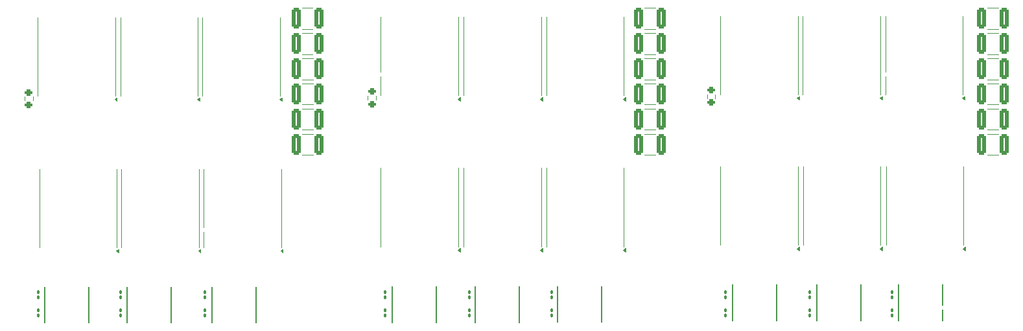
<source format=gbo>
%TF.GenerationSoftware,KiCad,Pcbnew,8.0.1*%
%TF.CreationDate,2024-05-07T00:04:45+05:00*%
%TF.ProjectId,PowerBoard,506f7765-7242-46f6-9172-642e6b696361,rev?*%
%TF.SameCoordinates,Original*%
%TF.FileFunction,Legend,Bot*%
%TF.FilePolarity,Positive*%
%FSLAX46Y46*%
G04 Gerber Fmt 4.6, Leading zero omitted, Abs format (unit mm)*
G04 Created by KiCad (PCBNEW 8.0.1) date 2024-05-07 00:04:45*
%MOMM*%
%LPD*%
G01*
G04 APERTURE LIST*
G04 Aperture macros list*
%AMRoundRect*
0 Rectangle with rounded corners*
0 $1 Rounding radius*
0 $2 $3 $4 $5 $6 $7 $8 $9 X,Y pos of 4 corners*
0 Add a 4 corners polygon primitive as box body*
4,1,4,$2,$3,$4,$5,$6,$7,$8,$9,$2,$3,0*
0 Add four circle primitives for the rounded corners*
1,1,$1+$1,$2,$3*
1,1,$1+$1,$4,$5*
1,1,$1+$1,$6,$7*
1,1,$1+$1,$8,$9*
0 Add four rect primitives between the rounded corners*
20,1,$1+$1,$2,$3,$4,$5,0*
20,1,$1+$1,$4,$5,$6,$7,0*
20,1,$1+$1,$6,$7,$8,$9,0*
20,1,$1+$1,$8,$9,$2,$3,0*%
%AMFreePoly0*
4,1,30,0.400000,-4.000000,-0.400000,-4.000000,-2.400000,-4.000000,-2.400000,-3.200000,-0.400000,-3.200000,-0.400000,-2.800000,-2.400000,-2.800000,-2.400000,-2.000000,-0.400000,-2.000000,-0.400000,-1.600000,-2.400000,-1.600000,-2.400000,-0.800000,-0.400000,-0.800000,-0.400000,-0.400000,-2.400000,-0.400000,-2.400000,0.400000,-0.400000,0.400000,-0.400000,0.800000,-2.400000,0.800000,-2.400000,1.600000,
-0.400000,1.600000,-0.400000,2.000000,-2.400000,2.000000,-2.400000,2.800000,-0.400000,2.800000,-0.400000,3.200000,-2.400000,3.200000,-2.400000,4.000000,0.400000,4.000000,0.400000,-4.000000,0.400000,-4.000000,$1*%
%AMFreePoly1*
4,1,13,2.850000,-5.050000,1.450000,-5.050000,1.450000,-4.350000,-1.450000,-4.350000,-1.450000,-4.850000,-5.150000,-4.850000,-5.150000,4.850000,-1.450000,4.850000,-1.450000,4.350000,1.450000,4.350000,1.450000,5.050000,2.850000,5.050000,2.850000,-5.050000,2.850000,-5.050000,$1*%
G04 Aperture macros list end*
%ADD10C,0.120000*%
%ADD11C,0.152400*%
%ADD12C,2.200000*%
%ADD13R,2.400000X2.400000*%
%ADD14C,2.400000*%
%ADD15R,1.700000X1.700000*%
%ADD16O,1.700000X1.700000*%
%ADD17RoundRect,0.100000X-0.100000X0.130000X-0.100000X-0.130000X0.100000X-0.130000X0.100000X0.130000X0*%
%ADD18RoundRect,0.100000X0.100000X-0.130000X0.100000X0.130000X-0.100000X0.130000X-0.100000X-0.130000X0*%
%ADD19RoundRect,0.250000X0.325000X1.100000X-0.325000X1.100000X-0.325000X-1.100000X0.325000X-1.100000X0*%
%ADD20R,5.511800X2.717800*%
%ADD21R,0.800000X2.800000*%
%ADD22FreePoly0,90.000000*%
%ADD23FreePoly1,90.000000*%
%ADD24R,10.000000X5.000000*%
%ADD25RoundRect,0.200000X0.275000X-0.200000X0.275000X0.200000X-0.275000X0.200000X-0.275000X-0.200000X0*%
%ADD26C,0.600000*%
G04 APERTURE END LIST*
D10*
%TO.C,C1*%
X245763748Y-107659807D02*
X247186252Y-107659807D01*
X245763748Y-110379807D02*
X247186252Y-110379807D01*
%TO.C,C16*%
X335279256Y-117559807D02*
X336701760Y-117559807D01*
X335279256Y-120279807D02*
X336701760Y-120279807D01*
D11*
%TO.C,R18*%
X323667100Y-143816450D02*
X323667100Y-148484550D01*
X329432900Y-148484550D02*
X329432900Y-143816450D01*
D10*
%TO.C,C18*%
X335279256Y-124159807D02*
X336701760Y-124159807D01*
X335279256Y-126879807D02*
X336701760Y-126879807D01*
D11*
%TO.C,R17*%
X257517100Y-144066450D02*
X257517100Y-148734550D01*
X263282900Y-148734550D02*
X263282900Y-144066450D01*
D10*
%TO.C,C13*%
X290521080Y-117559807D02*
X291943584Y-117559807D01*
X290521080Y-120279807D02*
X291943584Y-120279807D01*
%TO.C,C11*%
X245813748Y-120859807D02*
X247236252Y-120859807D01*
X245813748Y-123579807D02*
X247236252Y-123579807D01*
%TO.C,Q5*%
X266872332Y-108810000D02*
X266872332Y-119080000D01*
X276992332Y-108810000D02*
X276992332Y-119080000D01*
X277222332Y-119780000D02*
X276892332Y-119540000D01*
X277222332Y-119300000D01*
X277222332Y-119780000D01*
G36*
X277222332Y-119780000D02*
G01*
X276892332Y-119540000D01*
X277222332Y-119300000D01*
X277222332Y-119780000D01*
G37*
%TO.C,Q8*%
X311187332Y-108698057D02*
X311187332Y-118968057D01*
X321307332Y-108698057D02*
X321307332Y-118968057D01*
X321537332Y-119668057D02*
X321207332Y-119428057D01*
X321537332Y-119188057D01*
X321537332Y-119668057D01*
G36*
X321537332Y-119668057D02*
G01*
X321207332Y-119428057D01*
X321537332Y-119188057D01*
X321537332Y-119668057D01*
G37*
D11*
%TO.C,R10*%
X234042100Y-144095950D02*
X234042100Y-148764050D01*
X239807900Y-148764050D02*
X239807900Y-144095950D01*
%TO.C,R11*%
X279167100Y-144016450D02*
X279167100Y-148684550D01*
X284932900Y-148684550D02*
X284932900Y-144016450D01*
D10*
%TO.C,C14*%
X290521080Y-120859807D02*
X291943584Y-120859807D01*
X290521080Y-123579807D02*
X291943584Y-123579807D01*
%TO.C,Q13*%
X277672332Y-128578057D02*
X277672332Y-138848057D01*
X287792332Y-128578057D02*
X287792332Y-138848057D01*
X288022332Y-139548057D02*
X287692332Y-139308057D01*
X288022332Y-139068057D01*
X288022332Y-139548057D01*
G36*
X288022332Y-139548057D02*
G01*
X287692332Y-139308057D01*
X288022332Y-139068057D01*
X288022332Y-139548057D01*
G37*
%TO.C,C3*%
X245813748Y-114259807D02*
X247236252Y-114259807D01*
X245813748Y-116979807D02*
X247236252Y-116979807D01*
D11*
%TO.C,R13*%
X222942100Y-144095950D02*
X222942100Y-148764050D01*
X228707900Y-148764050D02*
X228707900Y-144095950D01*
D10*
%TO.C,Q17*%
X311212332Y-128368057D02*
X311212332Y-138638057D01*
X321332332Y-128368057D02*
X321332332Y-138638057D01*
X321562332Y-139338057D02*
X321232332Y-139098057D01*
X321562332Y-138858057D01*
X321562332Y-139338057D01*
G36*
X321562332Y-139338057D02*
G01*
X321232332Y-139098057D01*
X321562332Y-138858057D01*
X321562332Y-139338057D01*
G37*
%TO.C,C17*%
X335279256Y-120859807D02*
X336701760Y-120859807D01*
X335279256Y-123579807D02*
X336701760Y-123579807D01*
%TO.C,Q18*%
X300412332Y-128368057D02*
X300412332Y-138638057D01*
X310532332Y-128368057D02*
X310532332Y-138638057D01*
X310762332Y-139338057D02*
X310432332Y-139098057D01*
X310762332Y-138858057D01*
X310762332Y-139338057D01*
G36*
X310762332Y-139338057D02*
G01*
X310432332Y-139098057D01*
X310762332Y-138858057D01*
X310762332Y-139338057D01*
G37*
%TO.C,C5*%
X290521080Y-110959807D02*
X291943584Y-110959807D01*
X290521080Y-113679807D02*
X291943584Y-113679807D01*
%TO.C,C4*%
X290521080Y-107659807D02*
X291943584Y-107659807D01*
X290521080Y-110379807D02*
X291943584Y-110379807D01*
%TO.C,Q2*%
X222065000Y-108860000D02*
X222065000Y-119130000D01*
X232185000Y-108860000D02*
X232185000Y-119130000D01*
X232415000Y-119830000D02*
X232085000Y-119590000D01*
X232415000Y-119350000D01*
X232415000Y-119830000D01*
G36*
X232415000Y-119830000D02*
G01*
X232085000Y-119590000D01*
X232415000Y-119350000D01*
X232415000Y-119830000D01*
G37*
%TO.C,NTC1*%
X209577500Y-119262742D02*
X209577500Y-119737258D01*
X210622500Y-119262742D02*
X210622500Y-119737258D01*
%TO.C,C12*%
X245813748Y-124159807D02*
X247236252Y-124159807D01*
X245813748Y-126879807D02*
X247236252Y-126879807D01*
%TO.C,C10*%
X245813748Y-117559807D02*
X247236252Y-117559807D01*
X245813748Y-120279807D02*
X247236252Y-120279807D01*
%TO.C,Q11*%
X222190000Y-128680000D02*
X222190000Y-138950000D01*
X232310000Y-128680000D02*
X232310000Y-138950000D01*
X232540000Y-139650000D02*
X232210000Y-139410000D01*
X232540000Y-139170000D01*
X232540000Y-139650000D01*
G36*
X232540000Y-139650000D02*
G01*
X232210000Y-139410000D01*
X232540000Y-139170000D01*
X232540000Y-139650000D01*
G37*
%TO.C,Q15*%
X256072332Y-128578057D02*
X256072332Y-138848057D01*
X266192332Y-128578057D02*
X266192332Y-138848057D01*
X266422332Y-139548057D02*
X266092332Y-139308057D01*
X266422332Y-139068057D01*
X266422332Y-139548057D01*
G36*
X266422332Y-139548057D02*
G01*
X266092332Y-139308057D01*
X266422332Y-139068057D01*
X266422332Y-139548057D01*
G37*
D11*
%TO.C,R15*%
X313017100Y-143816450D02*
X313017100Y-148484550D01*
X318782900Y-148484550D02*
X318782900Y-143816450D01*
%TO.C,R14*%
X268367100Y-144066450D02*
X268367100Y-148734550D01*
X274132900Y-148734550D02*
X274132900Y-144066450D01*
%TO.C,R16*%
X212192100Y-144095950D02*
X212192100Y-148764050D01*
X217957900Y-148764050D02*
X217957900Y-144095950D01*
D10*
%TO.C,C7*%
X335269765Y-107659807D02*
X336692269Y-107659807D01*
X335269765Y-110379807D02*
X336692269Y-110379807D01*
D11*
%TO.C,R12*%
X302017100Y-143816450D02*
X302017100Y-148484550D01*
X307782900Y-148484550D02*
X307782900Y-143816450D01*
D10*
%TO.C,Q14*%
X266872332Y-128578057D02*
X266872332Y-138848057D01*
X276992332Y-128578057D02*
X276992332Y-138848057D01*
X277222332Y-139548057D02*
X276892332Y-139308057D01*
X277222332Y-139068057D01*
X277222332Y-139548057D01*
G36*
X277222332Y-139548057D02*
G01*
X276892332Y-139308057D01*
X277222332Y-139068057D01*
X277222332Y-139548057D01*
G37*
%TO.C,Q10*%
X232940000Y-128680000D02*
X232940000Y-138950000D01*
X243060000Y-128680000D02*
X243060000Y-138950000D01*
X243290000Y-139650000D02*
X242960000Y-139410000D01*
X243290000Y-139170000D01*
X243290000Y-139650000D01*
G36*
X243290000Y-139650000D02*
G01*
X242960000Y-139410000D01*
X243290000Y-139170000D01*
X243290000Y-139650000D01*
G37*
%TO.C,Q9*%
X300412332Y-108698057D02*
X300412332Y-118968057D01*
X310532332Y-108698057D02*
X310532332Y-118968057D01*
X310762332Y-119668057D02*
X310432332Y-119428057D01*
X310762332Y-119188057D01*
X310762332Y-119668057D01*
G36*
X310762332Y-119668057D02*
G01*
X310432332Y-119428057D01*
X310762332Y-119188057D01*
X310762332Y-119668057D01*
G37*
%TO.C,Q12*%
X211490000Y-128680000D02*
X211490000Y-138950000D01*
X221610000Y-128680000D02*
X221610000Y-138950000D01*
X221840000Y-139650000D02*
X221510000Y-139410000D01*
X221840000Y-139170000D01*
X221840000Y-139650000D01*
G36*
X221840000Y-139650000D02*
G01*
X221510000Y-139410000D01*
X221840000Y-139170000D01*
X221840000Y-139650000D01*
G37*
%TO.C,Q7*%
X321987332Y-108698057D02*
X321987332Y-118968057D01*
X332107332Y-108698057D02*
X332107332Y-118968057D01*
X332337332Y-119668057D02*
X332007332Y-119428057D01*
X332337332Y-119188057D01*
X332337332Y-119668057D01*
G36*
X332337332Y-119668057D02*
G01*
X332007332Y-119428057D01*
X332337332Y-119188057D01*
X332337332Y-119668057D01*
G37*
%TO.C,C15*%
X290496080Y-124159807D02*
X291918584Y-124159807D01*
X290496080Y-126879807D02*
X291918584Y-126879807D01*
%TO.C,Q3*%
X211265000Y-108860000D02*
X211265000Y-119130000D01*
X221385000Y-108860000D02*
X221385000Y-119130000D01*
X221615000Y-119830000D02*
X221285000Y-119590000D01*
X221615000Y-119350000D01*
X221615000Y-119830000D01*
G36*
X221615000Y-119830000D02*
G01*
X221285000Y-119590000D01*
X221615000Y-119350000D01*
X221615000Y-119830000D01*
G37*
%TO.C,C9*%
X335269765Y-114259807D02*
X336692269Y-114259807D01*
X335269765Y-116979807D02*
X336692269Y-116979807D01*
%TO.C,Q6*%
X256072332Y-108810000D02*
X256072332Y-119080000D01*
X266192332Y-108810000D02*
X266192332Y-119080000D01*
X266422332Y-119780000D02*
X266092332Y-119540000D01*
X266422332Y-119300000D01*
X266422332Y-119780000D01*
G36*
X266422332Y-119780000D02*
G01*
X266092332Y-119540000D01*
X266422332Y-119300000D01*
X266422332Y-119780000D01*
G37*
%TO.C,Q16*%
X322062332Y-128368057D02*
X322062332Y-138638057D01*
X332182332Y-128368057D02*
X332182332Y-138638057D01*
X332412332Y-139338057D02*
X332082332Y-139098057D01*
X332412332Y-138858057D01*
X332412332Y-139338057D01*
G36*
X332412332Y-139338057D02*
G01*
X332082332Y-139098057D01*
X332412332Y-138858057D01*
X332412332Y-139338057D01*
G37*
%TO.C,NTC3*%
X298677500Y-118962742D02*
X298677500Y-119437258D01*
X299722500Y-118962742D02*
X299722500Y-119437258D01*
%TO.C,C6*%
X290521080Y-114259807D02*
X291943584Y-114259807D01*
X290521080Y-116979807D02*
X291943584Y-116979807D01*
%TO.C,NTC2*%
X254377500Y-119162742D02*
X254377500Y-119637258D01*
X255422500Y-119162742D02*
X255422500Y-119637258D01*
%TO.C,Q1*%
X232790000Y-108860000D02*
X232790000Y-119130000D01*
X242910000Y-108860000D02*
X242910000Y-119130000D01*
X243140000Y-119830000D02*
X242810000Y-119590000D01*
X243140000Y-119350000D01*
X243140000Y-119830000D01*
G36*
X243140000Y-119830000D02*
G01*
X242810000Y-119590000D01*
X243140000Y-119350000D01*
X243140000Y-119830000D01*
G37*
%TO.C,C2*%
X245763748Y-110959807D02*
X247186252Y-110959807D01*
X245763748Y-113679807D02*
X247186252Y-113679807D01*
%TO.C,C8*%
X335269765Y-110959807D02*
X336692269Y-110959807D01*
X335269765Y-113679807D02*
X336692269Y-113679807D01*
%TO.C,Q4*%
X277672332Y-108810000D02*
X277672332Y-119080000D01*
X287792332Y-108810000D02*
X287792332Y-119080000D01*
X288022332Y-119780000D02*
X287692332Y-119540000D01*
X288022332Y-119300000D01*
X288022332Y-119780000D01*
G36*
X288022332Y-119780000D02*
G01*
X287692332Y-119540000D01*
X288022332Y-119300000D01*
X288022332Y-119780000D01*
G37*
%TD*%
%LPC*%
D12*
%TO.C,H3*%
X342564466Y-106185534D03*
%TD*%
D13*
%TO.C,C19*%
X343150000Y-111050000D03*
D14*
X343150000Y-118550000D03*
%TD*%
D13*
%TO.C,C23*%
X345298749Y-129480000D03*
D14*
X345298749Y-136980000D03*
%TD*%
D12*
%TO.C,H1*%
X207600000Y-106150000D03*
%TD*%
D13*
%TO.C,C21*%
X343250000Y-140300000D03*
D14*
X343250000Y-147800000D03*
%TD*%
D15*
%TO.C,J7*%
X298272332Y-135878057D03*
D16*
X295732332Y-135878057D03*
X298272332Y-133338057D03*
X295732332Y-133338057D03*
X298272332Y-130798057D03*
X295732332Y-130798057D03*
X298272332Y-128258057D03*
X295732332Y-128258057D03*
%TD*%
D12*
%TO.C,H4*%
X342614466Y-153164466D03*
%TD*%
D15*
%TO.C,J12*%
X206700000Y-114975000D03*
D16*
X206700000Y-112435000D03*
%TD*%
D13*
%TO.C,C22*%
X338098750Y-142130000D03*
D14*
X338098750Y-149630000D03*
%TD*%
D15*
%TO.C,J6*%
X208800000Y-136200000D03*
D16*
X206260000Y-136200000D03*
X208800000Y-133660000D03*
X206260000Y-133660000D03*
X208800000Y-131120000D03*
X206260000Y-131120000D03*
X208800000Y-128580000D03*
X206260000Y-128580000D03*
%TD*%
D13*
%TO.C,C24*%
X344920001Y-114600000D03*
D14*
X344920001Y-122100000D03*
%TD*%
D13*
%TO.C,C20*%
X343250000Y-125750000D03*
D14*
X343250000Y-133250000D03*
%TD*%
D12*
%TO.C,H2*%
X207635534Y-153114466D03*
%TD*%
D15*
%TO.C,J5*%
X253732332Y-136188057D03*
D16*
X251192332Y-136188057D03*
X253732332Y-133648057D03*
X251192332Y-133648057D03*
X253732332Y-131108057D03*
X251192332Y-131108057D03*
X253732332Y-128568057D03*
X251192332Y-128568057D03*
%TD*%
D17*
%TO.C,R29*%
X233100000Y-147175000D03*
X233100000Y-147815000D03*
%TD*%
D18*
%TO.C,R30*%
X222100000Y-145470000D03*
X222100000Y-144830000D03*
%TD*%
D19*
%TO.C,C1*%
X247950000Y-109019807D03*
X245000000Y-109019807D03*
%TD*%
%TO.C,C16*%
X337465508Y-118919807D03*
X334515508Y-118919807D03*
%TD*%
D20*
%TO.C,R18*%
X326550000Y-150151000D03*
X326550000Y-142150000D03*
%TD*%
D17*
%TO.C,R37*%
X267600000Y-147175000D03*
X267600000Y-147815000D03*
%TD*%
D19*
%TO.C,C18*%
X337465508Y-125519807D03*
X334515508Y-125519807D03*
%TD*%
D20*
%TO.C,R17*%
X260400000Y-150401000D03*
X260400000Y-142400000D03*
%TD*%
D17*
%TO.C,R39*%
X278350000Y-147175000D03*
X278350000Y-147815000D03*
%TD*%
D19*
%TO.C,C13*%
X292707332Y-118919807D03*
X289757332Y-118919807D03*
%TD*%
%TO.C,C11*%
X248000000Y-122219807D03*
X245050000Y-122219807D03*
%TD*%
D21*
%TO.C,Q5*%
X276132332Y-119130000D03*
D22*
X271332332Y-118130000D03*
D23*
X271932332Y-110080000D03*
%TD*%
D18*
%TO.C,R32*%
X211350000Y-145470000D03*
X211350000Y-144830000D03*
%TD*%
D21*
%TO.C,Q8*%
X320447332Y-119018057D03*
D22*
X315647332Y-118018057D03*
D23*
X316247332Y-109968057D03*
%TD*%
D20*
%TO.C,R10*%
X236925000Y-150430500D03*
X236925000Y-142429500D03*
%TD*%
%TO.C,R11*%
X282050000Y-150351000D03*
X282050000Y-142350000D03*
%TD*%
D17*
%TO.C,R43*%
X312100000Y-147175000D03*
X312100000Y-147815000D03*
%TD*%
D24*
%TO.C,J1*%
X332850000Y-104100000D03*
%TD*%
D19*
%TO.C,C14*%
X292707332Y-122219807D03*
X289757332Y-122219807D03*
%TD*%
D21*
%TO.C,Q13*%
X286932332Y-138898057D03*
D22*
X282132332Y-137898057D03*
D23*
X282732332Y-129848057D03*
%TD*%
D19*
%TO.C,C3*%
X248000000Y-115619807D03*
X245050000Y-115619807D03*
%TD*%
D20*
%TO.C,R13*%
X225825000Y-150430500D03*
X225825000Y-142429500D03*
%TD*%
D21*
%TO.C,Q17*%
X320472332Y-138688057D03*
D22*
X315672332Y-137688057D03*
D23*
X316272332Y-129638057D03*
%TD*%
D18*
%TO.C,R36*%
X267600000Y-145470000D03*
X267600000Y-144830000D03*
%TD*%
D19*
%TO.C,C17*%
X337465508Y-122219807D03*
X334515508Y-122219807D03*
%TD*%
D21*
%TO.C,Q18*%
X309672332Y-138688057D03*
D22*
X304872332Y-137688057D03*
D23*
X305472332Y-129638057D03*
%TD*%
D19*
%TO.C,C5*%
X292707332Y-112319807D03*
X289757332Y-112319807D03*
%TD*%
%TO.C,C4*%
X292707332Y-109019807D03*
X289757332Y-109019807D03*
%TD*%
D17*
%TO.C,R41*%
X301100000Y-147175000D03*
X301100000Y-147815000D03*
%TD*%
D18*
%TO.C,R40*%
X301100000Y-145470000D03*
X301100000Y-144830000D03*
%TD*%
D24*
%TO.C,J11*%
X333400000Y-154600000D03*
%TD*%
D21*
%TO.C,Q2*%
X231325000Y-119180000D03*
D22*
X226525000Y-118180000D03*
D23*
X227125000Y-110130000D03*
%TD*%
D24*
%TO.C,J4*%
X316147332Y-123588057D03*
%TD*%
D17*
%TO.C,R45*%
X322850000Y-147175000D03*
X322850000Y-147815000D03*
%TD*%
D25*
%TO.C,NTC1*%
X210100000Y-120325000D03*
X210100000Y-118675000D03*
%TD*%
D19*
%TO.C,C12*%
X248000000Y-125519807D03*
X245050000Y-125519807D03*
%TD*%
%TO.C,C10*%
X248000000Y-118919807D03*
X245050000Y-118919807D03*
%TD*%
D21*
%TO.C,Q11*%
X231450000Y-139000000D03*
D22*
X226650000Y-138000000D03*
D23*
X227250000Y-129950000D03*
%TD*%
D18*
%TO.C,R34*%
X256600000Y-145470000D03*
X256600000Y-144830000D03*
%TD*%
D21*
%TO.C,Q15*%
X265332332Y-138898057D03*
D22*
X260532332Y-137898057D03*
D23*
X261132332Y-129848057D03*
%TD*%
D20*
%TO.C,R15*%
X315900000Y-150151000D03*
X315900000Y-142150000D03*
%TD*%
%TO.C,R14*%
X271250000Y-150401000D03*
X271250000Y-142400000D03*
%TD*%
%TO.C,R16*%
X215075000Y-150430500D03*
X215075000Y-142429500D03*
%TD*%
D19*
%TO.C,C7*%
X337456017Y-109019807D03*
X334506017Y-109019807D03*
%TD*%
D20*
%TO.C,R12*%
X304900000Y-150151000D03*
X304900000Y-142150000D03*
%TD*%
D21*
%TO.C,Q14*%
X276132332Y-138898057D03*
D22*
X271332332Y-137898057D03*
D23*
X271932332Y-129848057D03*
%TD*%
D21*
%TO.C,Q10*%
X242200000Y-139000000D03*
D22*
X237400000Y-138000000D03*
D23*
X238000000Y-129950000D03*
%TD*%
D21*
%TO.C,Q9*%
X309672332Y-119018057D03*
D22*
X304872332Y-118018057D03*
D23*
X305472332Y-109968057D03*
%TD*%
D18*
%TO.C,R28*%
X233100000Y-145470000D03*
X233100000Y-144830000D03*
%TD*%
D17*
%TO.C,R31*%
X222100000Y-147175000D03*
X222100000Y-147815000D03*
%TD*%
D21*
%TO.C,Q12*%
X220750000Y-139000000D03*
D22*
X215950000Y-138000000D03*
D23*
X216550000Y-129950000D03*
%TD*%
D18*
%TO.C,R42*%
X312100000Y-145470000D03*
X312100000Y-144830000D03*
%TD*%
%TO.C,R44*%
X322850000Y-145470000D03*
X322850000Y-144830000D03*
%TD*%
D21*
%TO.C,Q7*%
X331247332Y-119018057D03*
D22*
X326447332Y-118018057D03*
D23*
X327047332Y-109968057D03*
%TD*%
D24*
%TO.C,J2*%
X272082332Y-123848057D03*
%TD*%
D19*
%TO.C,C15*%
X292682332Y-125519807D03*
X289732332Y-125519807D03*
%TD*%
D21*
%TO.C,Q3*%
X220525000Y-119180000D03*
D22*
X215725000Y-118180000D03*
D23*
X216325000Y-110130000D03*
%TD*%
D19*
%TO.C,C9*%
X337456017Y-115619807D03*
X334506017Y-115619807D03*
%TD*%
D21*
%TO.C,Q6*%
X265332332Y-119130000D03*
D22*
X260532332Y-118130000D03*
D23*
X261132332Y-110080000D03*
%TD*%
D21*
%TO.C,Q16*%
X331322332Y-138688057D03*
D22*
X326522332Y-137688057D03*
D23*
X327122332Y-129638057D03*
%TD*%
D17*
%TO.C,R33*%
X211350000Y-147175000D03*
X211350000Y-147815000D03*
%TD*%
D25*
%TO.C,NTC3*%
X299200000Y-120025000D03*
X299200000Y-118375000D03*
%TD*%
D19*
%TO.C,C6*%
X292707332Y-115619807D03*
X289757332Y-115619807D03*
%TD*%
D25*
%TO.C,NTC2*%
X254900000Y-120225000D03*
X254900000Y-118575000D03*
%TD*%
D21*
%TO.C,Q1*%
X242050000Y-119180000D03*
D22*
X237250000Y-118180000D03*
D23*
X237850000Y-110130000D03*
%TD*%
D19*
%TO.C,C2*%
X247950000Y-112319807D03*
X245000000Y-112319807D03*
%TD*%
%TO.C,C8*%
X337456017Y-112319807D03*
X334506017Y-112319807D03*
%TD*%
D17*
%TO.C,R35*%
X256600000Y-147175000D03*
X256600000Y-147815000D03*
%TD*%
D18*
%TO.C,R38*%
X278350000Y-145470000D03*
X278350000Y-144830000D03*
%TD*%
D24*
%TO.C,J3*%
X227175000Y-123750000D03*
%TD*%
D21*
%TO.C,Q4*%
X286932332Y-119130000D03*
D22*
X282132332Y-118130000D03*
D23*
X282732332Y-110080000D03*
%TD*%
D26*
X342275000Y-108745000D03*
X245755000Y-157005000D03*
X257200000Y-152550000D03*
X250750000Y-156100000D03*
X210195000Y-139225000D03*
X281315000Y-154465000D03*
X219700000Y-153900000D03*
X299095000Y-149385000D03*
X324495000Y-157005000D03*
X204600000Y-115150000D03*
X214150000Y-156300000D03*
X294015000Y-149385000D03*
X242000000Y-152350000D03*
X289600000Y-155700000D03*
X319415000Y-154465000D03*
X278775000Y-154465000D03*
X276235000Y-157005000D03*
X309255000Y-144305000D03*
X337195000Y-146845000D03*
X344815000Y-144305000D03*
X294015000Y-157005000D03*
X215275000Y-154465000D03*
X230515000Y-149385000D03*
X280350000Y-152750000D03*
X243215000Y-154465000D03*
X238135000Y-146845000D03*
X220355000Y-157005000D03*
X225435000Y-136685000D03*
X294015000Y-151925000D03*
X291475000Y-154465000D03*
X344815000Y-154465000D03*
X271155000Y-116365000D03*
X306715000Y-154465000D03*
X276000000Y-154600000D03*
X210195000Y-154465000D03*
X342275000Y-144305000D03*
X339735000Y-154465000D03*
X223600000Y-156300000D03*
X205115000Y-151925000D03*
X205115000Y-121445000D03*
X255915000Y-154465000D03*
X238135000Y-157005000D03*
X280350000Y-156500000D03*
X337195000Y-144305000D03*
X205115000Y-106205000D03*
X225435000Y-157005000D03*
X324495000Y-154465000D03*
X220355000Y-149385000D03*
X320350000Y-152550000D03*
X309255000Y-151925000D03*
X205115000Y-141765000D03*
X230515000Y-157005000D03*
X324495000Y-116365000D03*
X205115000Y-103665000D03*
X225435000Y-116365000D03*
X212735000Y-136685000D03*
X260995000Y-116365000D03*
X344815000Y-151925000D03*
X311600000Y-152550000D03*
X332115000Y-141765000D03*
X311600000Y-156300000D03*
X217450000Y-154400000D03*
X235595000Y-146845000D03*
X309255000Y-154465000D03*
X258455000Y-154465000D03*
X205115000Y-118905000D03*
X309255000Y-149385000D03*
X268615000Y-116365000D03*
X321955000Y-157005000D03*
X286395000Y-151925000D03*
X309255000Y-157005000D03*
X215275000Y-136685000D03*
X281315000Y-146845000D03*
X263535000Y-154465000D03*
X250835000Y-144305000D03*
X248295000Y-146845000D03*
X327035000Y-116365000D03*
X296555000Y-146845000D03*
X248295000Y-139225000D03*
X212735000Y-157005000D03*
X227975000Y-157005000D03*
X296555000Y-151925000D03*
X250750000Y-152350000D03*
X255915000Y-116365000D03*
X253375000Y-149385000D03*
X321955000Y-149385000D03*
X337750000Y-156500000D03*
X248295000Y-144305000D03*
X286395000Y-157005000D03*
X271600000Y-156500000D03*
X205115000Y-146845000D03*
X283855000Y-146845000D03*
X222895000Y-136685000D03*
X268615000Y-154465000D03*
X220355000Y-151925000D03*
X320350000Y-156300000D03*
X263535000Y-157005000D03*
X248295000Y-149385000D03*
X207655000Y-108745000D03*
X273695000Y-154465000D03*
X230515000Y-154465000D03*
X253375000Y-151925000D03*
X266075000Y-154465000D03*
X250835000Y-139225000D03*
X314335000Y-116365000D03*
X266075000Y-149385000D03*
X301635000Y-157005000D03*
X214150000Y-152550000D03*
X250835000Y-141765000D03*
X235595000Y-136685000D03*
X205115000Y-108745000D03*
X235595000Y-116365000D03*
X205115000Y-139225000D03*
X248295000Y-136685000D03*
X327035000Y-146845000D03*
X342275000Y-157005000D03*
X211850000Y-154750000D03*
X278775000Y-157005000D03*
X329000000Y-156500000D03*
X294015000Y-146845000D03*
X232350000Y-152550000D03*
X246400000Y-154200000D03*
X223600000Y-152550000D03*
X253375000Y-154465000D03*
X240675000Y-154465000D03*
X250835000Y-149385000D03*
X327035000Y-157005000D03*
X207655000Y-146845000D03*
X230515000Y-151925000D03*
X248295000Y-134145000D03*
X276235000Y-149385000D03*
X268615000Y-157005000D03*
X294015000Y-134145000D03*
X207655000Y-149385000D03*
X222895000Y-154465000D03*
X210195000Y-141765000D03*
X271155000Y-154465000D03*
X339735000Y-157005000D03*
X210195000Y-157005000D03*
X332115000Y-144305000D03*
X290400000Y-150600000D03*
X261600000Y-154400000D03*
X232350000Y-156300000D03*
X260995000Y-157005000D03*
X233055000Y-136685000D03*
X207655000Y-118905000D03*
X207655000Y-157005000D03*
X329000000Y-152750000D03*
X344815000Y-103665000D03*
X276235000Y-151925000D03*
X344815000Y-108745000D03*
X332115000Y-149385000D03*
X233055000Y-149385000D03*
X296555000Y-157005000D03*
X248295000Y-131605000D03*
X314335000Y-157005000D03*
X238135000Y-154465000D03*
X294015000Y-136685000D03*
X205115000Y-149385000D03*
X314335000Y-154465000D03*
X296555000Y-149385000D03*
X248295000Y-157005000D03*
X257200000Y-156300000D03*
X233055000Y-154465000D03*
X299095000Y-141765000D03*
X250835000Y-146845000D03*
X210195000Y-151925000D03*
X329575000Y-146845000D03*
X306715000Y-157005000D03*
X235595000Y-154465000D03*
X311795000Y-154465000D03*
X253375000Y-146845000D03*
X235595000Y-157005000D03*
X298350000Y-151950000D03*
X225435000Y-154465000D03*
X342275000Y-121445000D03*
X333400000Y-154600000D03*
X332115000Y-146845000D03*
X283855000Y-154465000D03*
X286395000Y-146845000D03*
X210195000Y-116365000D03*
X283855000Y-157005000D03*
X248295000Y-151925000D03*
X294000000Y-153800000D03*
X327035000Y-154465000D03*
X291475000Y-157005000D03*
X222895000Y-116365000D03*
X210195000Y-149385000D03*
X296555000Y-154465000D03*
X242000000Y-156100000D03*
X233055000Y-116365000D03*
X281315000Y-116365000D03*
X245600000Y-150800000D03*
X240675000Y-149385000D03*
X316875000Y-157005000D03*
X342275000Y-136685000D03*
X342275000Y-103665000D03*
X294015000Y-139225000D03*
X217815000Y-157005000D03*
X339735000Y-144305000D03*
X248295000Y-141765000D03*
X240675000Y-146845000D03*
X321955000Y-116365000D03*
X316000000Y-154400000D03*
X289600000Y-151950000D03*
X207655000Y-103665000D03*
X339735000Y-151925000D03*
X228000000Y-154400000D03*
X321955000Y-154465000D03*
X253375000Y-157005000D03*
X286395000Y-154465000D03*
X271600000Y-152750000D03*
X301635000Y-154465000D03*
X311795000Y-116365000D03*
X278775000Y-116365000D03*
X324495000Y-146845000D03*
X248295000Y-154465000D03*
X248295000Y-129065000D03*
X311795000Y-149385000D03*
X342275000Y-116365000D03*
X344815000Y-106205000D03*
X205115000Y-144305000D03*
X298350000Y-155700000D03*
X265950000Y-156300000D03*
X294015000Y-141765000D03*
X337750000Y-152750000D03*
X255915000Y-149385000D03*
X205115000Y-154465000D03*
X265950000Y-152550000D03*
X321955000Y-151925000D03*
X273695000Y-157005000D03*
X286395000Y-149385000D03*
X304175000Y-157005000D03*
X294015000Y-144305000D03*
X250835000Y-154465000D03*
X339735000Y-146845000D03*
X299095000Y-139225000D03*
X304175000Y-154465000D03*
X241150000Y-116700000D03*
X240450000Y-116700000D03*
X241900000Y-116700000D03*
X242050000Y-117350000D03*
X230050000Y-117000000D03*
X231350000Y-117600000D03*
X229362500Y-116937500D03*
X230900000Y-117000000D03*
X220550000Y-117518750D03*
X220400000Y-116868750D03*
X219650000Y-116868750D03*
X218950000Y-116868750D03*
X240600000Y-136468750D03*
X242200000Y-137118750D03*
X242050000Y-136468750D03*
X241300000Y-136468750D03*
X231500000Y-137218750D03*
X229900000Y-136568750D03*
X231350000Y-136568750D03*
X230600000Y-136568750D03*
X219850000Y-136468750D03*
X220600000Y-136468750D03*
X219150000Y-136468750D03*
X220750000Y-137118750D03*
X254450000Y-117250000D03*
X298850000Y-117200000D03*
X286782332Y-116916807D03*
X285332332Y-116916807D03*
X286932332Y-117566807D03*
X286032332Y-116916807D03*
X276032332Y-116816807D03*
X274582332Y-116816807D03*
X275282332Y-116816807D03*
X276182332Y-117466807D03*
X263732332Y-117016807D03*
X265332332Y-117666807D03*
X264432332Y-117016807D03*
X265182332Y-117016807D03*
X286082332Y-136316807D03*
X285382332Y-136316807D03*
X286832332Y-136316807D03*
X286982332Y-136966807D03*
X276182332Y-137116807D03*
X275282332Y-136466807D03*
X274582332Y-136466807D03*
X276032332Y-136466807D03*
X264482332Y-136366807D03*
X265382332Y-137016807D03*
X263782332Y-136366807D03*
X265232332Y-136366807D03*
X331222332Y-136306807D03*
X331372332Y-136956807D03*
X330472332Y-136306807D03*
X329772332Y-136306807D03*
X320472332Y-136756807D03*
X318872332Y-136106807D03*
X320322332Y-136106807D03*
X319572332Y-136106807D03*
X309672332Y-136906807D03*
X309522332Y-136256807D03*
X308072332Y-136256807D03*
X308772332Y-136256807D03*
X308772332Y-116456807D03*
X309522332Y-116456807D03*
X309672332Y-117106807D03*
X308072332Y-116456807D03*
X320322332Y-116456807D03*
X319572332Y-116456807D03*
X318872332Y-116456807D03*
X320472332Y-117106807D03*
X331272332Y-117206807D03*
X329672332Y-116556807D03*
X331122332Y-116556807D03*
X330372332Y-116556807D03*
X254600000Y-121300000D03*
X299150000Y-121250000D03*
G36*
X338592999Y-151519706D02*
G01*
X338638774Y-151572492D01*
X338650000Y-151624048D01*
X338650000Y-157975923D01*
X338630315Y-158042962D01*
X338577511Y-158088717D01*
X338525923Y-158099923D01*
X210838112Y-158021144D01*
X210771085Y-158001418D01*
X210725363Y-157948586D01*
X210714189Y-157897421D01*
X210700277Y-151674228D01*
X210719812Y-151607145D01*
X210772514Y-151561272D01*
X210824229Y-151549951D01*
X338525952Y-151500048D01*
X338592999Y-151519706D01*
G37*
G36*
X338142572Y-101210575D02*
G01*
X338188372Y-101263340D01*
X338199621Y-101314399D01*
X338199999Y-101399774D01*
X338200000Y-101400323D01*
X338200000Y-107076194D01*
X338180315Y-107143233D01*
X338127511Y-107188988D01*
X338076195Y-107200194D01*
X210824195Y-107399805D01*
X210757124Y-107380225D01*
X210711287Y-107327493D01*
X210700000Y-107275805D01*
X210700000Y-101423893D01*
X210719685Y-101356854D01*
X210772489Y-101311099D01*
X210823894Y-101299893D01*
X338075516Y-101190948D01*
X338142572Y-101210575D01*
G37*
%LPD*%
M02*

</source>
